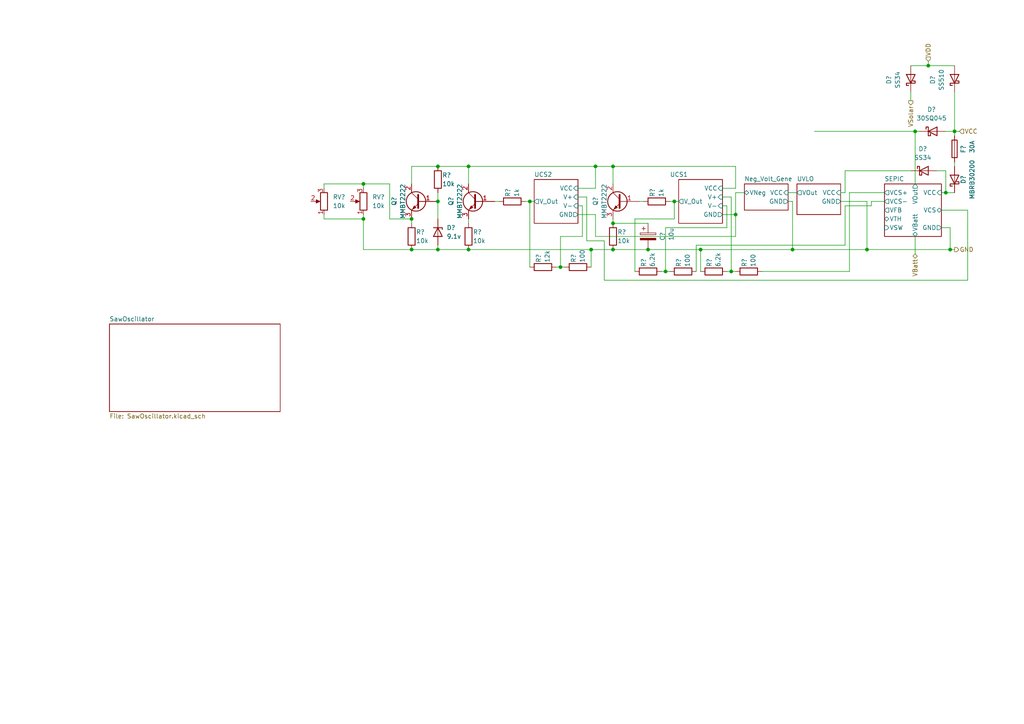
<source format=kicad_sch>
(kicad_sch (version 20211123) (generator eeschema)
  (paper "A4")
  (lib_symbols
    (symbol "Device:C_Polarized" (pin_numbers hide) (pin_names (offset 0.254))
      (property "Reference" "C" (at 0.635 2.54 0))
      (property "Value" "C_Polarized" (at 0.635 -2.54 0))
      (symbol "C_Polarized_0_1"
        (rectangle (start -2.286 0.508) (end 2.286 1.016))
        (polyline (pts (xy -1.778 2.286) (xy -0.762 2.286)))
        (polyline (pts (xy -1.27 2.794) (xy -1.27 1.778)))
        (rectangle (start 2.286 -0.508) (end -2.286 -1.016) (fill (type outline)))
      )
      (symbol "C_Polarized_1_1"
        (pin passive line (at 0 3.81 270) (length 2.794) (name "~") (number "1"))
        (pin passive line (at 0 -3.81 90) (length 2.794) (name "~") (number "2"))
      )
    )
    (symbol "Device:D_Schottky" (pin_numbers hide) (pin_names (offset 1.016) hide)
      (property "Reference" "D" (at 0 2.54 0))
      (property "Value" "D_Schottky" (at 0 -2.54 0))
      (symbol "D_Schottky_0_1"
        (polyline (pts (xy 1.27 0) (xy -1.27 0)))
        (polyline (pts (xy 1.27 1.27) (xy 1.27 -1.27) (xy -1.27 0) (xy 1.27 1.27)) (stroke (width 0.254)))
        (polyline (pts (xy -1.905 0.635) (xy -1.905 1.27) (xy -1.27 1.27) (xy -1.27 -1.27) (xy -0.635 -1.27) (xy -0.635 -0.635)) (stroke (width 0.254)))
      )
      (symbol "D_Schottky_1_1"
        (pin passive line (at -3.81 0 0) (length 2.54) (name "K") (number "1"))
        (pin passive line (at 3.81 0 180) (length 2.54) (name "A") (number "2"))
      )
    )
    (symbol "Device:D_Zener" (pin_numbers hide) (pin_names (offset 1.016) hide)
      (property "Reference" "D" (at 0 2.54 0))
      (property "Value" "D_Zener" (at 0 -2.54 0))
      (symbol "D_Zener_0_1"
        (polyline (pts (xy 1.27 0) (xy -1.27 0)))
        (polyline (pts (xy -1.27 -1.27) (xy -1.27 1.27) (xy -0.762 1.27)) (stroke (width 0.254)))
        (polyline (pts (xy 1.27 -1.27) (xy 1.27 1.27) (xy -1.27 0) (xy 1.27 -1.27)) (stroke (width 0.254)))
      )
      (symbol "D_Zener_1_1"
        (pin passive line (at -3.81 0 0) (length 2.54) (name "K") (number "1"))
        (pin passive line (at 3.81 0 180) (length 2.54) (name "A") (number "2"))
      )
    )
    (symbol "Device:Fuse" (pin_numbers hide) (pin_names (offset 0))
      (property "Reference" "F" (at 2.032 0 90))
      (property "Value" "Fuse" (at -1.905 0 90))
      (symbol "Fuse_0_1"
        (rectangle (start -0.762 -2.54) (end 0.762 2.54) (stroke (width 0.254)))
        (polyline (pts (xy 0 2.54) (xy 0 -2.54)))
      )
      (symbol "Fuse_1_1"
        (pin passive line (at 0 3.81 270) (length 1.27) (name "~") (number "1"))
        (pin passive line (at 0 -3.81 90) (length 1.27) (name "~") (number "2"))
      )
    )
    (symbol "Device:Q_NPN_BCE" (pin_names (offset 0) hide)
      (property "Reference" "Q" (at 5.08 1.27 0))
      (property "Value" "Q_NPN_BCE" (at 5.08 -1.27 0))
      (symbol "Q_NPN_BCE_0_1"
        (polyline (pts (xy 0.635 0.635) (xy 2.54 2.54)))
        (polyline (pts (xy 0.635 -0.635) (xy 2.54 -2.54) (xy 2.54 -2.54)))
        (polyline (pts (xy 0.635 1.905) (xy 0.635 -1.905) (xy 0.635 -1.905)) (stroke (width 0.508)))
        (polyline (pts (xy 1.27 -1.778) (xy 1.778 -1.27) (xy 2.286 -2.286) (xy 1.27 -1.778) (xy 1.27 -1.778)) (fill (type outline)))
        (circle (center 1.27 0) (radius 2.8194) (stroke (width 0.254)))
      )
      (symbol "Q_NPN_BCE_1_1"
        (pin input line (at -5.08 0 0) (length 5.715) (name "B") (number "1"))
        (pin passive line (at 2.54 5.08 270) (length 2.54) (name "C") (number "2"))
        (pin passive line (at 2.54 -5.08 90) (length 2.54) (name "E") (number "3"))
      )
    )
    (symbol "Device:R" (pin_numbers hide) (pin_names (offset 0))
      (property "Reference" "R" (at 2.032 0 90))
      (property "Value" "R" (at 0 0 90))
      (symbol "R_0_1"
        (rectangle (start -1.016 -2.54) (end 1.016 2.54) (stroke (width 0.254)))
      )
      (symbol "R_1_1"
        (pin passive line (at 0 3.81 270) (length 1.27) (name "~") (number "1"))
        (pin passive line (at 0 -3.81 90) (length 1.27) (name "~") (number "2"))
      )
    )
    (symbol "Device:R_Potentiometer" (pin_names (offset 1.016) hide)
      (property "Reference" "RV" (at -4.445 0 90))
      (property "Value" "R_Potentiometer" (at -2.54 0 90))
      (symbol "R_Potentiometer_0_1"
        (polyline (pts (xy 2.54 0) (xy 1.524 0)))
        (polyline (pts (xy 1.143 0) (xy 2.286 0.508) (xy 2.286 -0.508) (xy 1.143 0)) (fill (type outline)))
        (rectangle (start 1.016 2.54) (end -1.016 -2.54) (stroke (width 0.254)))
      )
      (symbol "R_Potentiometer_1_1"
        (pin passive line (at 0 3.81 270) (length 1.27) (name "1") (number "1"))
        (pin passive line (at 3.81 0 180) (length 1.27) (name "2") (number "2"))
        (pin passive line (at 0 -3.81 90) (length 1.27) (name "3") (number "3"))
      )
    )
  )
  (junction (at 212.09 78.74))
  (junction (at 265.43 38.1))
  (junction (at 105.41 63.5))
  (junction (at 276.86 38.1))
  (junction (at 105.41 53.34))
  (junction (at 187.96 72.39))
  (junction (at 153.67 58.42))
  (junction (at 135.89 72.39))
  (junction (at 171.45 72.39))
  (junction (at 127 48.26))
  (junction (at 177.8 64.77))
  (junction (at 195.58 58.42))
  (junction (at 275.59 72.39))
  (junction (at 203.2 72.39))
  (junction (at 274.32 55.88))
  (junction (at 127 58.42))
  (junction (at 213.36 62.23))
  (junction (at 177.8 48.26))
  (junction (at 162.56 77.47))
  (junction (at 269.24 19.05))
  (junction (at 135.89 48.26))
  (junction (at 127 72.39))
  (junction (at 119.38 72.39))
  (junction (at 229.87 72.39))
  (junction (at 119.38 63.5))
  (junction (at 172.72 48.26))
  (junction (at 251.46 72.39))
  (junction (at 193.04 78.74))
  (junction (at 177.8 72.39))
  (wire (pts (xy 264.16 29.21) (xy 264.16 26.67)))
  (wire (pts (xy 269.24 19.05) (xy 269.24 17.78)))
  (wire (pts (xy 280.67 60.96) (xy 273.05 60.96)))
  (wire (pts (xy 274.32 38.1) (xy 276.86 38.1)))
  (wire (pts (xy 193.04 66.04) (xy 210.82 66.04)))
  (wire (pts (xy 105.41 53.34) (xy 105.41 54.61)))
  (wire (pts (xy 276.86 38.1) (xy 278.2681 38.1)))
  (wire (pts (xy 105.41 72.39) (xy 119.38 72.39)))
  (wire (pts (xy 245.11 59.69) (xy 245.11 71.12)))
  (wire (pts (xy 212.09 57.15) (xy 212.09 78.74)))
  (wire (pts (xy 251.46 58.42) (xy 251.46 72.39)))
  (wire (pts (xy 152.4 58.42) (xy 153.67 58.42)))
  (wire (pts (xy 275.59 72.39) (xy 275.59 66.04)))
  (wire (pts (xy 274.32 55.88) (xy 276.86 55.88)))
  (wire (pts (xy 274.32 49.53) (xy 274.32 55.88)))
  (wire (pts (xy 127 55.88) (xy 127 58.42)))
  (wire (pts (xy 172.72 48.26) (xy 177.8 48.26)))
  (wire (pts (xy 195.58 58.42) (xy 196.85 58.42)))
  (wire (pts (xy 162.56 77.47) (xy 163.83 77.47)))
  (wire (pts (xy 143.51 58.42) (xy 144.78 58.42)))
  (wire (pts (xy 177.8 48.26) (xy 213.36 48.26)))
  (wire (pts (xy 93.98 62.23) (xy 93.98 63.5)))
  (wire (pts (xy 177.8 64.77) (xy 187.96 64.77)))
  (wire (pts (xy 167.64 57.15) (xy 170.18 57.15)))
  (wire (pts (xy 185.42 58.42) (xy 186.69 58.42)))
  (wire (pts (xy 119.38 63.5) (xy 119.38 64.77)))
  (wire (pts (xy 209.55 57.15) (xy 212.09 57.15)))
  (wire (pts (xy 246.38 78.74) (xy 246.38 55.88)))
  (wire (pts (xy 210.82 59.69) (xy 209.55 59.69)))
  (wire (pts (xy 251.46 72.39) (xy 275.59 72.39)))
  (wire (pts (xy 135.89 63.5) (xy 135.89 64.77)))
  (wire (pts (xy 213.36 54.61) (xy 209.55 54.61)))
  (wire (pts (xy 135.89 48.26) (xy 172.72 48.26)))
  (wire (pts (xy 167.64 59.69) (xy 168.91 59.69)))
  (wire (pts (xy 265.43 38.1) (xy 266.7 38.1)))
  (wire (pts (xy 236.22 38.1) (xy 265.43 38.1)))
  (wire (pts (xy 93.98 54.61) (xy 93.98 53.34)))
  (wire (pts (xy 127 48.26) (xy 135.89 48.26)))
  (wire (pts (xy 265.43 68.58) (xy 265.43 73.66)))
  (wire (pts (xy 269.24 19.05) (xy 276.86 19.05)))
  (wire (pts (xy 229.87 58.42) (xy 229.87 72.39)))
  (wire (pts (xy 246.38 55.88) (xy 256.54 55.88)))
  (wire (pts (xy 195.58 58.42) (xy 195.58 63.5)))
  (wire (pts (xy 213.36 68.58) (xy 213.36 62.23)))
  (wire (pts (xy 105.41 53.34) (xy 113.03 53.34)))
  (wire (pts (xy 228.6 58.42) (xy 229.87 58.42)))
  (wire (pts (xy 187.96 72.39) (xy 203.2 72.39)))
  (wire (pts (xy 203.2 72.39) (xy 203.2 78.74)))
  (wire (pts (xy 264.16 19.05) (xy 269.24 19.05)))
  (wire (pts (xy 193.04 78.74) (xy 193.04 66.04)))
  (wire (pts (xy 168.91 59.69) (xy 168.91 68.58)))
  (wire (pts (xy 243.84 58.42) (xy 251.46 58.42)))
  (wire (pts (xy 276.86 38.1) (xy 276.86 39.37)))
  (wire (pts (xy 265.43 38.1) (xy 265.43 53.34)))
  (wire (pts (xy 119.38 72.39) (xy 127 72.39)))
  (wire (pts (xy 201.93 71.12) (xy 201.93 78.74)))
  (wire (pts (xy 245.11 55.88) (xy 245.11 49.53)))
  (wire (pts (xy 113.03 63.5) (xy 119.38 63.5)))
  (wire (pts (xy 167.64 62.23) (xy 172.72 62.23)))
  (wire (pts (xy 194.31 58.42) (xy 195.58 58.42)))
  (wire (pts (xy 177.8 72.39) (xy 187.96 72.39)))
  (wire (pts (xy 252.73 58.42) (xy 252.73 59.69)))
  (wire (pts (xy 275.59 66.04) (xy 273.05 66.04)))
  (wire (pts (xy 213.36 55.88) (xy 213.36 62.23)))
  (wire (pts (xy 177.8 53.34) (xy 177.8 48.26)))
  (wire (pts (xy 252.73 59.69) (xy 245.11 59.69)))
  (wire (pts (xy 213.36 48.26) (xy 213.36 54.61)))
  (wire (pts (xy 113.03 53.34) (xy 113.03 63.5)))
  (wire (pts (xy 215.9 55.88) (xy 213.36 55.88)))
  (wire (pts (xy 172.72 62.23) (xy 172.72 68.58)))
  (wire (pts (xy 177.8 63.5) (xy 177.8 64.77)))
  (wire (pts (xy 170.18 57.15) (xy 170.18 69.85)))
  (wire (pts (xy 213.36 62.23) (xy 209.55 62.23)))
  (wire (pts (xy 119.38 53.34) (xy 119.38 48.26)))
  (wire (pts (xy 162.56 68.58) (xy 162.56 77.47)))
  (wire (pts (xy 175.26 81.28) (xy 280.67 81.28)))
  (wire (pts (xy 153.67 58.42) (xy 153.67 77.47)))
  (wire (pts (xy 276.86 26.67) (xy 276.86 38.1)))
  (wire (pts (xy 271.78 49.53) (xy 274.32 49.53)))
  (wire (pts (xy 93.98 63.5) (xy 105.41 63.5)))
  (wire (pts (xy 220.98 78.74) (xy 246.38 78.74)))
  (wire (pts (xy 195.58 63.5) (xy 184.15 63.5)))
  (wire (pts (xy 127 72.39) (xy 127 71.12)))
  (wire (pts (xy 127 72.39) (xy 135.89 72.39)))
  (wire (pts (xy 203.2 72.39) (xy 229.87 72.39)))
  (wire (pts (xy 135.89 53.34) (xy 135.89 48.26)))
  (wire (pts (xy 210.82 78.74) (xy 212.09 78.74)))
  (wire (pts (xy 171.45 72.39) (xy 171.45 77.47)))
  (wire (pts (xy 184.15 63.5) (xy 184.15 78.74)))
  (wire (pts (xy 161.29 77.47) (xy 162.56 77.47)))
  (wire (pts (xy 175.26 69.85) (xy 175.26 81.28)))
  (wire (pts (xy 275.59 72.39) (xy 276.86 72.39)))
  (wire (pts (xy 229.87 72.39) (xy 251.46 72.39)))
  (wire (pts (xy 245.11 49.53) (xy 264.16 49.53)))
  (wire (pts (xy 153.67 58.42) (xy 154.94 58.42)))
  (wire (pts (xy 135.89 72.39) (xy 171.45 72.39)))
  (wire (pts (xy 171.45 72.39) (xy 177.8 72.39)))
  (wire (pts (xy 191.77 78.74) (xy 193.04 78.74)))
  (wire (pts (xy 119.38 48.26) (xy 127 48.26)))
  (wire (pts (xy 193.04 78.74) (xy 194.31 78.74)))
  (wire (pts (xy 212.09 78.74) (xy 213.36 78.74)))
  (wire (pts (xy 245.11 71.12) (xy 201.93 71.12)))
  (wire (pts (xy 105.41 63.5) (xy 105.41 62.23)))
  (wire (pts (xy 252.73 58.42) (xy 256.54 58.42)))
  (wire (pts (xy 168.91 68.58) (xy 162.56 68.58)))
  (wire (pts (xy 280.67 81.28) (xy 280.67 60.96)))
  (wire (pts (xy 105.41 63.5) (xy 105.41 72.39)))
  (wire (pts (xy 243.84 55.88) (xy 245.11 55.88)))
  (wire (pts (xy 127 58.42) (xy 127 63.5)))
  (wire (pts (xy 228.6 55.88) (xy 231.14 55.88)))
  (wire (pts (xy 273.05 55.88) (xy 274.32 55.88)))
  (wire (pts (xy 93.98 53.34) (xy 105.41 53.34)))
  (wire (pts (xy 170.18 69.85) (xy 175.26 69.85)))
  (wire (pts (xy 172.72 68.58) (xy 213.36 68.58)))
  (wire (pts (xy 172.72 48.26) (xy 172.72 54.61)))
  (wire (pts (xy 210.82 66.04) (xy 210.82 59.69)))
  (wire (pts (xy 276.86 46.99) (xy 276.86 48.26)))
  (wire (pts (xy 172.72 54.61) (xy 167.64 54.61)))
  (hierarchical_label "GND" (shape output) (at 276.86 72.39 0))
  (hierarchical_label "VBatt" (shape bidirectional) (at 265.43 73.66 270))
  (hierarchical_label "VDD" (shape input) (at 269.24 17.78 90))
  (hierarchical_label "VSolar" (shape output) (at 264.16 29.21 270))
  (hierarchical_label "VCC" (shape input) (at 278.2681 38.1 0))
  (symbol (lib_id "Device:R") (at 157.48 77.47 90) (unit 1)
    (property "Reference" "R?" (at 156.21 76.2 0) (effects (justify left)))
    (property "Value" "12k" (at 158.75 76.2 0) (effects (justify left)))
  )
  (symbol (lib_id "Device:D_Schottky") (at 276.86 52.07 90) (unit 1)
    (property "Reference" "D?" (at 279.4 52.07 0))
    (property "Value" "MBRB30200" (at 281.94 52.07 0))
  )
  (symbol (lib_id "Device:R") (at 198.12 78.74 90) (unit 1)
    (property "Reference" "R?" (at 196.85 77.47 0) (effects (justify left)))
    (property "Value" "100" (at 199.39 77.47 0) (effects (justify left)))
  )
  (symbol (lib_id "Device:R") (at 177.8 68.58 0) (unit 1)
    (property "Reference" "R?" (at 179.07 67.31 0) (effects (justify left)))
    (property "Value" "10k" (at 179.07 69.85 0) (effects (justify left)))
  )
  (symbol (lib_id "Device:R_Potentiometer") (at 93.98 58.42 180) (unit 1)
    (property "Reference" "RV?" (at 96.52 57.1499 0) (effects (justify right)))
    (property "Value" "10k" (at 96.52 59.6899 0) (effects (justify right)))
  )
  (symbol (lib_id "Device:D_Schottky") (at 267.97 49.53 0) (unit 1)
    (property "Reference" "D?" (at 267.6525 43.18 0))
    (property "Value" "SS34" (at 267.6525 45.72 0))
  )
  (symbol (lib_id "Device:Q_NPN_BCE") (at 138.43 58.42 0) (mirror y) (unit 1)
    (property "Reference" "Q?" (at 130.81 59.69 90) (effects (justify left)))
    (property "Value" "MMBT2222" (at 133.35 63.5 90) (effects (justify left)))
  )
  (symbol (lib_id "Device:R_Potentiometer") (at 105.41 58.42 180) (unit 1)
    (property "Reference" "RV?" (at 107.95 57.1499 0) (effects (justify right)))
    (property "Value" "10k" (at 107.95 59.6899 0) (effects (justify right)))
  )
  (symbol (lib_id "Device:D_Schottky") (at 264.16 22.86 90) (unit 1)
    (property "Reference" "D?" (at 257.81 23.1775 0))
    (property "Value" "SS34" (at 260.35 23.1775 0))
  )
  (symbol (lib_id "Device:R") (at 187.96 78.74 90) (unit 1)
    (property "Reference" "R?" (at 186.69 77.47 0) (effects (justify left)))
    (property "Value" "6.2k" (at 189.23 77.47 0) (effects (justify left)))
  )
  (symbol (lib_id "Device:Q_NPN_BCE") (at 121.92 58.42 0) (mirror y) (unit 1)
    (property "Reference" "Q?" (at 114.3 59.69 90) (effects (justify left)))
    (property "Value" "MMBT2222" (at 116.84 63.5 90) (effects (justify left)))
  )
  (symbol (lib_id "Device:R") (at 167.64 77.47 90) (unit 1)
    (property "Reference" "R?" (at 166.37 76.2 0) (effects (justify left)))
    (property "Value" "100" (at 168.91 76.2 0) (effects (justify left)))
  )
  (symbol (lib_id "Device:R") (at 190.5 58.42 90) (unit 1)
    (property "Reference" "R?" (at 189.23 57.15 0) (effects (justify left)))
    (property "Value" "1k" (at 191.77 57.15 0) (effects (justify left)))
  )
  (symbol (lib_id "Device:D_Schottky") (at 276.86 22.86 90) (unit 1)
    (property "Reference" "D?" (at 270.51 23.1775 0))
    (property "Value" "SS510" (at 273.05 23.1775 0))
  )
  (symbol (lib_id "Device:R") (at 217.17 78.74 90) (unit 1)
    (property "Reference" "R?" (at 215.9 77.47 0) (effects (justify left)))
    (property "Value" "100" (at 218.44 77.47 0) (effects (justify left)))
  )
  (symbol (lib_id "Device:R") (at 148.59 58.42 90) (unit 1)
    (property "Reference" "R?" (at 147.32 57.15 0) (effects (justify left)))
    (property "Value" "1k" (at 149.86 57.15 0) (effects (justify left)))
  )
  (symbol (lib_id "Device:D_Zener") (at 127 67.31 270) (unit 1)
    (property "Reference" "D?" (at 129.54 66.0399 90) (effects (justify left)))
    (property "Value" "9.1v" (at 129.54 68.58 90) (effects (justify left)))
  )
  (symbol (lib_id "Device:C_Polarized") (at 187.96 68.58 0) (unit 1)
    (property "Reference" "C?" (at 192.1509 69.85 90) (effects (justify left)))
    (property "Value" "10u" (at 194.6909 69.85 90) (effects (justify left)))
  )
  (symbol (lib_id "Device:Q_NPN_BCE") (at 180.34 58.42 0) (mirror y) (unit 1)
    (property "Reference" "Q?" (at 172.72 59.69 90) (effects (justify left)))
    (property "Value" "MMBT2222" (at 175.26 63.5 90) (effects (justify left)))
  )
  (symbol (lib_id "Device:R") (at 135.89 68.58 0) (unit 1)
    (property "Reference" "R?" (at 137.16 67.31 0) (effects (justify left)))
    (property "Value" "10k" (at 137.16 69.85 0) (effects (justify left)))
  )
  (symbol (lib_id "Device:R") (at 127 52.07 0) (unit 1)
    (property "Reference" "R?" (at 128.27 50.8 0) (effects (justify left)))
    (property "Value" "10k" (at 128.27 53.34 0) (effects (justify left)))
  )
  (symbol (lib_id "Device:R") (at 207.01 78.74 90) (unit 1)
    (property "Reference" "R?" (at 205.74 77.47 0) (effects (justify left)))
    (property "Value" "6.2k" (at 208.28 77.47 0) (effects (justify left)))
  )
  (symbol (lib_id "Device:Fuse") (at 276.86 43.18 0) (unit 1)
    (property "Reference" "F?" (at 279.4 44.45 90) (effects (justify left)))
    (property "Value" "30A" (at 281.94 44.45 90) (effects (justify left)))
  )
  (symbol (lib_id "Device:R") (at 119.38 68.58 0) (unit 1)
    (property "Reference" "R?" (at 120.65 67.31 0) (effects (justify left)))
    (property "Value" "10k" (at 120.65 69.85 0) (effects (justify left)))
  )
  (symbol (lib_id "Device:D_Schottky") (at 270.51 38.1 0) (unit 1)
    (property "Reference" "D?" (at 270.1925 31.75 0))
    (property "Value" "30SQ045" (at 270.1925 34.29 0))
  )
  (sheet (at 31.75 93.98) (size 49.53 25.4) (stroke (width 0.1524))
    (property "Sheet name" "SawOscillator" (at 31.75 93.2684 0) (effects (justify left bottom)))
    (property "Sheet file" "SawOscillator.kicad_sch" (at 31.75 119.9646 0) (effects (justify left top)))
  )
  (sheet (at 215.9 53.34) (size 12.7 7.62) (stroke (width 0.1524))
    (property "Sheet name" "Neg_Volt_Gene" (at 215.9 52.6284 0) (effects (justify left bottom)))
    (property "Sheet file" "Neg_Volt_Gene.kicad_sch" (effects hide))
    (pin "VNeg" bidirectional (at 215.9 55.88 180))
    (pin "GND" output (at 228.6 58.42 0))
    (pin "VCC" input (at 228.6 55.88 0))
  )
  (sheet (at 231.14 53.34) (size 12.7 8.89) (stroke (width 0.1524))
    (property "Sheet name" "UVLO" (at 231.14 52.6284 0) (effects (justify left bottom)))
    (property "Sheet file" "UVLO.kicad_sch" (effects hide))
    (pin "VOut" output (at 231.14 55.88 180))
    (pin "GND" output (at 243.84 58.42 0))
    (pin "VCC" input (at 243.84 55.88 0))
  )
  (sheet (at 196.85 52.07) (size 12.7 12.7) (stroke (width 0.1524))
    (property "Sheet name" "UCS1" (at 194.31 51.3584 0) (effects (justify left bottom)))
    (property "Sheet file" "OPAMP_N1.kicad_sch" (effects hide))
    (pin "GND" output (at 209.55 62.23 0))
    (pin "V-" input (at 209.55 59.69 0))
    (pin "V+" input (at 209.55 57.15 0))
    (pin "V_Out" output (at 196.85 58.42 180))
    (pin "VCC" input (at 209.55 54.61 0))
  )
  (sheet (at 154.94 52.07) (size 12.7 12.7) (stroke (width 0.1524))
    (property "Sheet name" "UCS2" (at 154.94 51.3584 0) (effects (justify left bottom)))
    (property "Sheet file" "OPAMP_N1.kicad_sch" (effects hide))
    (pin "GND" output (at 167.64 62.23 0))
    (pin "V-" input (at 167.64 59.69 0))
    (pin "V+" input (at 167.64 57.15 0))
    (pin "V_Out" output (at 154.94 58.42 180))
    (pin "VCC" input (at 167.64 54.61 0))
  )
  (sheet (at 256.54 53.34) (size 16.51 15.24) (stroke (width 0.1524))
    (property "Sheet name" "SEPIC" (at 256.54 52.6284 0) (effects (justify left bottom)))
    (property "Sheet file" "MPPT_SEPIC.kicad_sch" (effects hide))
    (pin "VTH" bidirectional (at 256.54 63.5 180))
    (pin "GND" output (at 273.05 66.04 0))
    (pin "VCC" input (at 273.05 55.88 0))
    (pin "VSW" input (at 256.54 66.04 180))
    (pin "VFB" output (at 256.54 60.96 180))
    (pin "VCS-" output (at 256.54 58.42 180))
    (pin "VCS+" output (at 256.54 55.88 180))
    (pin "VBatt" bidirectional (at 265.43 68.58 270))
    (pin "VOut" output (at 265.43 53.34 90))
    (pin "VCS" bidirectional (at 273.05 60.96 0))
  )
)
</source>
